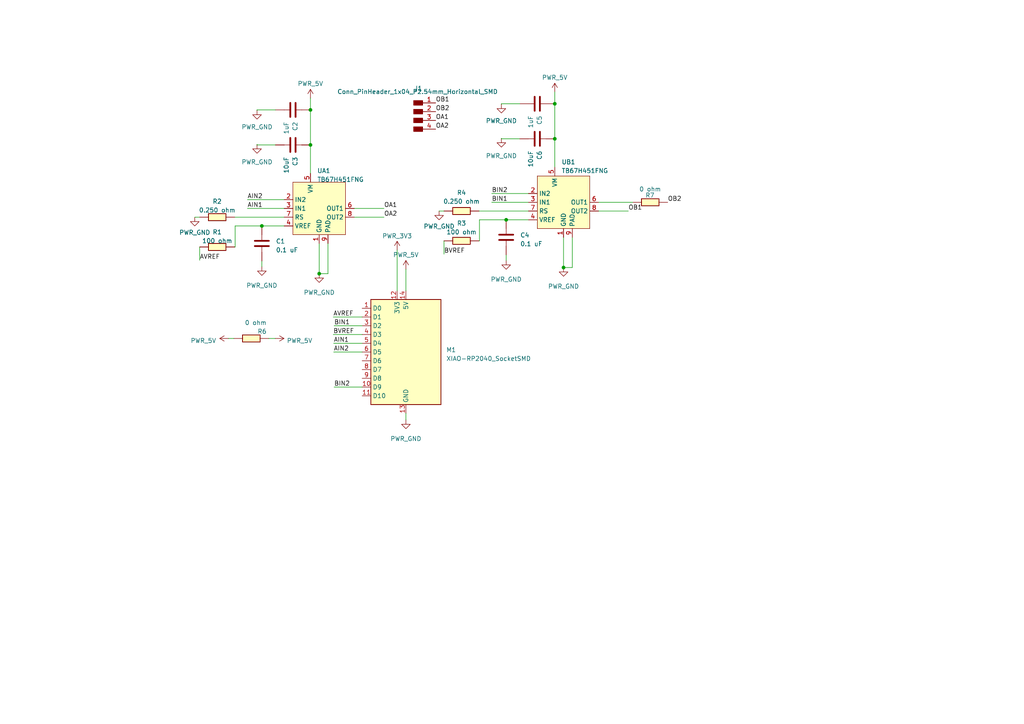
<source format=kicad_sch>
(kicad_sch (version 20230121) (generator eeschema)
  (paper "A4")
  (lib_symbols
    (symbol "fab:C_1206" (pin_numbers hide)
      (property "Reference" "C" (at 0.635 2.54 0))
      (property "Value" "C_1206" (at 0.635 -2.54 0))
      (symbol "C_1206_0_1"
        (polyline (pts (xy -2.032 -0.762) (xy 2.032 -0.762)) (stroke (width 0.508)))
        (polyline (pts (xy -2.032 0.762) (xy 2.032 0.762)) (stroke (width 0.508)))
        (polyline (pts (xy 0 -0.635) (xy 0 -2.54)))
        (polyline (pts (xy 0 0.635) (xy 0 2.54)))
      )
      (symbol "C_1206_1_1"
        (pin passive line (at 0 5.08 270) (length 2.54) (name "~") (number "1"))
        (pin passive line (at 0 -5.08 90) (length 2.54) (name "~") (number "2"))
      )
    )
    (symbol "fab:Conn_PinHeader_1x04_P2.54mm_Horizontal_SMD" (pin_names hide)
      (property "Reference" "J" (at 0 5.08 0))
      (property "Value" "Conn_PinHeader_1x04_P2.54mm_Horizontal_SMD" (at 0 -7.62 0))
      (symbol "Conn_PinHeader_1x04_P2.54mm_Horizontal_SMD_1_1"
        (rectangle (start -1.27 -4.445) (end 1.27 -5.715) (stroke (width 0.254)) (fill (type outline)))
        (rectangle (start -1.27 -1.905) (end 1.27 -3.175) (stroke (width 0.254)) (fill (type outline)))
        (rectangle (start -1.27 0.635) (end 1.27 -0.635) (stroke (width 0.254)) (fill (type outline)))
        (rectangle (start -1.27 3.175) (end 1.27 1.905) (stroke (width 0.254)) (fill (type outline)))
        (pin passive line (at 5.08 2.54 180) (length 3.81) (name "Pin_1") (number "1"))
        (pin passive line (at 5.08 0 180) (length 3.81) (name "Pin_2") (number "2"))
        (pin passive line (at 5.08 -2.54 180) (length 3.81) (name "Pin_3") (number "3"))
        (pin passive line (at 5.08 -5.08 180) (length 3.81) (name "Pin_4") (number "4"))
      )
    )
    (symbol "fab:Module_XIAO-RP2040_SocketSMD"
      (property "Reference" "M" (at -10.16 16.51 0))
      (property "Value" "Module_XIAO-RP2040_SocketSMD" (at 1.27 16.51 0))
      (symbol "Module_XIAO-RP2040_SocketSMD_1_1"
        (rectangle (start -10.16 15.24) (end 10.16 -15.24) (stroke (width 0.254)) (fill (type background)))
        (pin bidirectional line (at -12.7 12.7 0) (length 2.54) (name "D0") (number "1"))
        (pin bidirectional line (at -12.7 -10.16 0) (length 2.54) (name "D9") (number "10"))
        (pin bidirectional line (at -12.7 -12.7 0) (length 2.54) (name "D10") (number "11"))
        (pin power_in line (at -2.54 17.78 270) (length 2.54) (name "3V3") (number "12"))
        (pin power_in line (at 0 -17.78 90) (length 2.54) (name "GND") (number "13"))
        (pin power_in line (at 0 17.78 270) (length 2.54) (name "5V") (number "14"))
        (pin bidirectional line (at -12.7 10.16 0) (length 2.54) (name "D1") (number "2"))
        (pin bidirectional line (at -12.7 7.62 0) (length 2.54) (name "D2") (number "3"))
        (pin bidirectional line (at -12.7 5.08 0) (length 2.54) (name "D3") (number "4"))
        (pin bidirectional line (at -12.7 2.54 0) (length 2.54) (name "D4") (number "5"))
        (pin bidirectional line (at -12.7 0 0) (length 2.54) (name "D5") (number "6"))
        (pin bidirectional line (at -12.7 -2.54 0) (length 2.54) (name "D6") (number "7"))
        (pin bidirectional line (at -12.7 -5.08 0) (length 2.54) (name "D7") (number "8"))
        (pin bidirectional line (at -12.7 -7.62 0) (length 2.54) (name "D8") (number "9"))
      )
    )
    (symbol "fab:MotorDriver_BrushedDC_Toshiba_TB67H451FNG"
      (property "Reference" "U" (at -7.62 8.89 0))
      (property "Value" "MotorDriver_BrushedDC_Toshiba_TB67H451FNG" (at 1.27 8.89 0))
      (symbol "MotorDriver_BrushedDC_Toshiba_TB67H451FNG_1_1"
        (rectangle (start -7.62 7.62) (end 7.62 -7.62) (fill (type background)))
        (pin power_in line (at 0 -10.16 90) (length 2.54) (name "GND") (number "1"))
        (pin input line (at -10.16 2.54 0) (length 2.54) (name "IN2") (number "2"))
        (pin input line (at -10.16 0 0) (length 2.54) (name "IN1") (number "3"))
        (pin input line (at -10.16 -5.08 0) (length 2.54) (name "VREF") (number "4"))
        (pin power_in line (at -2.54 10.16 270) (length 2.54) (name "VM") (number "5"))
        (pin output line (at 10.16 0 180) (length 2.54) (name "OUT1") (number "6"))
        (pin input line (at -10.16 -2.54 0) (length 2.54) (name "RS") (number "7"))
        (pin output line (at 10.16 -2.54 180) (length 2.54) (name "OUT2") (number "8"))
        (pin unspecified line (at 2.54 -10.16 90) (length 2.54) (name "PAD") (number "9"))
      )
    )
    (symbol "fab:PWR_3V3" (power) (pin_names (offset 0))
      (property "Value" "PWR_3V3" (at 0 3.556 0))
      (symbol "PWR_3V3_0_1"
        (polyline (pts (xy -0.762 1.27) (xy 0 2.54)))
        (polyline (pts (xy 0 0) (xy 0 2.54)))
        (polyline (pts (xy 0 2.54) (xy 0.762 1.27)))
      )
      (symbol "PWR_3V3_1_1"
        (pin power_in line (at 0 0 90) (length 0) hide (name "PWR_3V3") (number "1"))
      )
    )
    (symbol "fab:PWR_5V" (power) (pin_names (offset 0))
      (property "Value" "PWR_5V" (at 0 3.556 0))
      (symbol "PWR_5V_0_1"
        (polyline (pts (xy -0.762 1.27) (xy 0 2.54)))
        (polyline (pts (xy 0 0) (xy 0 2.54)))
        (polyline (pts (xy 0 2.54) (xy 0.762 1.27)))
      )
      (symbol "PWR_5V_1_1"
        (pin power_in line (at 0 0 90) (length 0) hide (name "PWR_5V") (number "1"))
      )
    )
    (symbol "fab:PWR_GND" (power) (pin_names (offset 0))
      (property "Value" "PWR_GND" (at 0 -3.81 0))
      (symbol "PWR_GND_0_1"
        (polyline (pts (xy 0 0) (xy 0 -1.27) (xy 1.27 -1.27) (xy 0 -2.54) (xy -1.27 -1.27) (xy 0 -1.27)))
      )
      (symbol "PWR_GND_1_1"
        (pin power_in line (at 0 0 270) (length 0) hide (name "PWR_GND") (number "1"))
      )
    )
    (symbol "fab:R_1206" (pin_numbers hide) (pin_names (offset 0))
      (property "Reference" "R" (at 2.54 0 90))
      (property "Value" "R_1206" (at -2.54 0 90))
      (symbol "R_1206_0_1"
        (rectangle (start -1.016 -2.54) (end 1.016 2.54) (stroke (width 0.254)) (fill (type background)))
      )
      (symbol "R_1206_1_1"
        (pin passive line (at 0 5.08 270) (length 2.54) (name "~") (number "1"))
        (pin passive line (at 0 -5.08 90) (length 2.54) (name "~") (number "2"))
      )
    )
    (symbol "fab:R_2010" (pin_numbers hide) (pin_names (offset 0))
      (property "Reference" "R" (at 2.54 0 90))
      (property "Value" "R_2010" (at -2.54 0 90))
      (symbol "R_2010_0_1"
        (rectangle (start -1.016 -2.54) (end 1.016 2.54) (stroke (width 0.254)) (fill (type background)))
      )
      (symbol "R_2010_1_1"
        (pin passive line (at 0 5.08 270) (length 2.54) (name "~") (number "1"))
        (pin passive line (at 0 -5.08 90) (length 2.54) (name "~") (number "2"))
      )
    )
  )
  (junction (at 160.909 40.259))
  (junction (at 163.449 77.597))
  (junction (at 90.043 31.877))
  (junction (at 75.946 65.532))
  (junction (at 160.909 30.099))
  (junction (at 146.812 63.754))
  (junction (at 92.583 79.375))
  (junction (at 90.043 42.037))
  (wire (pts (xy 150.749 40.259) (xy 145.415 40.259)))
  (wire (pts (xy 57.912 71.628) (xy 57.912 75.4888)))
  (wire (pts (xy 142.621 58.674) (xy 153.289 58.674)))
  (wire (pts (xy 165.989 77.597) (xy 163.449 77.597)))
  (wire (pts (xy 74.549 42.037) (xy 74.549 41.91)))
  (wire (pts (xy 138.938 69.85) (xy 139.065 69.85)))
  (wire (pts (xy 160.909 26.67) (xy 160.909 30.099)))
  (wire (pts (xy 90.043 42.037) (xy 90.043 50.292)))
  (wire (pts (xy 77.978 98.171) (xy 79.8068 98.171)))
  (wire (pts (xy 145.415 40.259) (xy 145.415 40.132)))
  (wire (pts (xy 90.043 31.877) (xy 90.043 42.037)))
  (wire (pts (xy 115.189 72.517) (xy 115.189 84.328)))
  (wire (pts (xy 139.065 69.85) (xy 139.065 63.754)))
  (wire (pts (xy 71.755 57.912) (xy 82.423 57.912)))
  (wire (pts (xy 92.583 79.375) (xy 95.123 79.375)))
  (wire (pts (xy 173.609 58.674) (xy 183.515 58.674)))
  (wire (pts (xy 95.123 70.612) (xy 95.123 79.375)))
  (wire (pts (xy 74.549 31.877) (xy 74.549 32.004)))
  (wire (pts (xy 142.621 56.134) (xy 153.289 56.134)))
  (wire (pts (xy 165.989 68.834) (xy 165.989 77.597)))
  (wire (pts (xy 68.072 62.992) (xy 82.423 62.992)))
  (wire (pts (xy 71.755 60.452) (xy 82.423 60.452)))
  (wire (pts (xy 128.778 69.85) (xy 128.778 73.7108)))
  (wire (pts (xy 160.909 30.099) (xy 160.909 40.259)))
  (wire (pts (xy 96.647 91.948) (xy 105.029 91.948)))
  (wire (pts (xy 68.072 71.628) (xy 68.199 71.628)))
  (wire (pts (xy 68.199 71.628) (xy 68.199 65.532)))
  (wire (pts (xy 145.415 30.099) (xy 145.415 30.226)))
  (wire (pts (xy 127.3556 61.214) (xy 128.778 61.214)))
  (wire (pts (xy 117.729 78.105) (xy 117.729 84.328)))
  (wire (pts (xy 102.743 60.452) (xy 111.379 60.452)))
  (wire (pts (xy 96.647 97.028) (xy 105.029 97.028)))
  (wire (pts (xy 56.4896 62.992) (xy 57.912 62.992)))
  (wire (pts (xy 160.909 40.259) (xy 160.909 48.514)))
  (wire (pts (xy 79.883 42.037) (xy 74.549 42.037)))
  (wire (pts (xy 96.901 94.488) (xy 105.029 94.488)))
  (wire (pts (xy 146.812 63.754) (xy 153.289 63.754)))
  (wire (pts (xy 173.609 61.214) (xy 182.245 61.214)))
  (wire (pts (xy 75.946 75.692) (xy 75.946 77.343)))
  (wire (pts (xy 102.743 62.992) (xy 111.379 62.992)))
  (wire (pts (xy 117.729 119.888) (xy 117.729 121.793)))
  (wire (pts (xy 163.449 68.834) (xy 163.449 77.597)))
  (wire (pts (xy 90.043 28.448) (xy 90.043 31.877)))
  (wire (pts (xy 150.749 30.099) (xy 145.415 30.099)))
  (wire (pts (xy 96.774 102.108) (xy 105.029 102.108)))
  (wire (pts (xy 138.938 61.214) (xy 153.289 61.214)))
  (wire (pts (xy 146.812 73.914) (xy 146.812 75.565)))
  (wire (pts (xy 96.774 99.568) (xy 105.029 99.568)))
  (wire (pts (xy 68.199 65.532) (xy 75.946 65.532)))
  (wire (pts (xy 79.883 31.877) (xy 74.549 31.877)))
  (wire (pts (xy 139.065 63.754) (xy 146.812 63.754)))
  (wire (pts (xy 66.294 98.171) (xy 67.818 98.171)))
  (wire (pts (xy 75.946 65.532) (xy 82.423 65.532)))
  (wire (pts (xy 92.583 70.612) (xy 92.583 79.375)))
  (wire (pts (xy 96.901 112.268) (xy 105.029 112.268)))
  (label "AIN2" (at 71.755 57.912 0))
  (label "AVREF" (at 96.647 91.948 0))
  (label "BIN1" (at 96.901 94.488 0))
  (label "BIN1" (at 142.621 58.674 0))
  (label "AIN2" (at 96.774 102.108 0))
  (label "OA1" (at 126.365 34.925 0))
  (label "AIN1" (at 71.755 60.452 0))
  (label "OB2" (at 193.675 58.674 0))
  (label "AVREF" (at 57.912 75.4888 0))
  (label "BIN2" (at 96.901 112.268 0))
  (label "OB1" (at 182.245 61.214 0))
  (label "OA2" (at 111.379 62.992 0))
  (label "OA2" (at 126.365 37.465 0))
  (label "AIN1" (at 96.774 99.568 0))
  (label "BVREF" (at 96.647 97.028 0))
  (label "OA1" (at 111.379 60.452 0))
  (label "BVREF" (at 128.778 73.7108 0))
  (label "OB1" (at 126.365 29.845 0))
  (label "OB2" (at 126.365 32.385 0))
  (label "BIN2" (at 142.621 56.134 0))
  (symbol (lib_id "fab:PWR_GND") (at 74.549 32.004 0) (unit 1)
    (property "Reference" "#PWR03" (effects hide))
    (property "Value" "PWR_GND" (at 74.549 36.83 0))
  )
  (symbol (lib_id "fab:PWR_5V") (at 90.043 28.448 0) (unit 1)
    (property "Reference" "#PWR06" (effects hide))
    (property "Value" "PWR_5V" (at 90.043 24.257 0))
  )
  (symbol (lib_id "fab:PWR_GND") (at 163.449 77.597 0) (unit 1)
    (property "Reference" "#PWR012" (effects hide))
    (property "Value" "PWR_GND" (at 163.449 83.058 0))
  )
  (symbol (lib_id "fab:C_1206") (at 155.829 30.099 270) (unit 1)
    (property "Reference" "C5" (at 156.464 33.528 0) (effects (justify left)))
    (property "Value" "1uF" (at 153.924 33.528 0) (effects (justify left)))
    (property "Footprint" "fab:C_1206" (effects hide))
    (property "Datasheet" "https://www.yageo.com/upload/media/product/productsearch/datasheet/mlcc/UPY-GP_NP0_16V-to-50V_18.pdf" (effects hide))
  )
  (symbol (lib_id "fab:PWR_5V") (at 79.8068 98.171 270) (unit 1)
    (property "Reference" "#PWR019" (effects hide))
    (property "Value" "PWR_5V" (at 83.1596 98.806 90) (effects (justify left)))
  )
  (symbol (lib_id "fab:PWR_5V") (at 117.729 78.105 0) (unit 1)
    (property "Reference" "#PWR013" (effects hide))
    (property "Value" "PWR_5V" (at 117.729 73.914 0))
  )
  (symbol (lib_id "fab:R_1206") (at 133.858 69.85 90) (unit 1)
    (property "Reference" "R3" (at 133.858 64.77 90))
    (property "Value" "100 ohm" (at 133.858 67.31 90))
    (property "Footprint" "fab:R_1206" (effects hide))
  )
  (symbol (lib_id "fab:PWR_5V") (at 160.909 26.67 0) (unit 1)
    (property "Reference" "#PWR011" (effects hide))
    (property "Value" "PWR_5V" (at 160.909 22.479 0))
  )
  (symbol (lib_id "fab:PWR_GND") (at 117.729 121.793 0) (unit 1)
    (property "Reference" "#PWR015" (effects hide))
    (property "Value" "PWR_GND" (at 117.729 127.254 0))
  )
  (symbol (lib_id "fab:MotorDriver_BrushedDC_Toshiba_TB67H451FNG") (at 163.449 58.674 0) (unit 1)
    (property "Reference" "UB1" (at 162.8649 46.99 0) (effects (justify left)))
    (property "Value" "TB67H451FNG" (at 162.8649 49.53 0) (effects (justify left)))
    (property "Footprint" "fab:HSOP-8" (effects hide))
    (property "Datasheet" "https://toshiba.semicon-storage.com/info/TB67H451FNG_datasheet_en_20201126.pdf?did=68598&prodName=TB67H451FNG" (effects hide))
  )
  (symbol (lib_id "fab:PWR_GND") (at 56.4896 62.992 0) (mirror y) (unit 1)
    (property "Reference" "#PWR05" (effects hide))
    (property "Value" "PWR_GND" (at 56.4896 67.437 0))
  )
  (symbol (lib_id "fab:MotorDriver_BrushedDC_Toshiba_TB67H451FNG") (at 92.583 60.452 0) (unit 1)
    (property "Reference" "UA1" (at 91.9989 49.53 0) (effects (justify left)))
    (property "Value" "TB67H451FNG" (at 91.9989 52.07 0) (effects (justify left)))
    (property "Footprint" "fab:HSOP-8" (effects hide))
    (property "Datasheet" "https://toshiba.semicon-storage.com/info/TB67H451FNG_datasheet_en_20201126.pdf?did=68598&prodName=TB67H451FNG" (effects hide))
  )
  (symbol (lib_id "fab:R_2010") (at 133.858 61.214 270) (unit 1)
    (property "Reference" "R4" (at 133.858 55.88 90))
    (property "Value" "0.250 ohm" (at 133.858 58.42 90))
    (property "Footprint" "fab:R_2010" (effects hide))
  )
  (symbol (lib_id "fab:PWR_3V3") (at 115.189 72.517 0) (unit 1)
    (property "Reference" "#PWR014" (effects hide))
    (property "Value" "PWR_3V3" (at 115.189 68.453 0))
  )
  (symbol (lib_id "fab:PWR_GND") (at 92.583 79.375 0) (unit 1)
    (property "Reference" "#PWR01" (effects hide))
    (property "Value" "PWR_GND" (at 92.583 84.836 0))
  )
  (symbol (lib_id "fab:PWR_5V") (at 66.294 98.171 90) (unit 1)
    (property "Reference" "#PWR018" (effects hide))
    (property "Value" "PWR_5V" (at 62.738 98.806 90) (effects (justify left)))
  )
  (symbol (lib_id "fab:C_1206") (at 155.829 40.259 270) (unit 1)
    (property "Reference" "C6" (at 156.464 43.688 0) (effects (justify left)))
    (property "Value" "10uF" (at 153.924 43.688 0) (effects (justify left)))
    (property "Footprint" "fab:C_1206" (effects hide))
    (property "Datasheet" "https://www.yageo.com/upload/media/product/productsearch/datasheet/mlcc/UPY-GP_NP0_16V-to-50V_18.pdf" (effects hide))
  )
  (symbol (lib_id "fab:PWR_GND") (at 145.415 30.226 0) (unit 1)
    (property "Reference" "#PWR08" (effects hide))
    (property "Value" "PWR_GND" (at 145.415 35.052 0))
  )
  (symbol (lib_id "fab:R_1206") (at 72.898 98.171 90) (unit 1)
    (property "Reference" "R6" (at 77.3684 96.139 90) (effects (justify left)))
    (property "Value" "0 ohm" (at 77.3684 93.599 90) (effects (justify left)))
    (property "Footprint" "fab:R_1206" (effects hide))
  )
  (symbol (lib_id "fab:R_1206") (at 62.992 71.628 90) (unit 1)
    (property "Reference" "R1" (at 62.992 67.31 90))
    (property "Value" "100 ohm" (at 62.992 69.85 90))
    (property "Footprint" "fab:R_1206" (effects hide))
  )
  (symbol (lib_id "fab:Module_XIAO-RP2040_SocketSMD") (at 117.729 102.108 0) (unit 1)
    (property "Reference" "M1" (at 129.413 101.473 0) (effects (justify left)))
    (property "Value" "XIAO-RP2040_SocketSMD" (at 129.413 104.013 0) (effects (justify left)))
    (property "Footprint" "fab:SeeedStudio_XIAO_SocketSMD" (effects hide))
    (property "Datasheet" "https://wiki.seeedstudio.com/XIAO-RP2040/" (effects hide))
  )
  (symbol (lib_id "fab:C_1206") (at 146.812 68.834 0) (unit 1)
    (property "Reference" "C4" (at 150.876 68.199 0) (effects (justify left)))
    (property "Value" "0.1 uF" (at 150.876 70.739 0) (effects (justify left)))
    (property "Footprint" "fab:C_1206" (effects hide))
    (property "Datasheet" "https://www.yageo.com/upload/media/product/productsearch/datasheet/mlcc/UPY-GP_NP0_16V-to-50V_18.pdf" (effects hide))
  )
  (symbol (lib_id "fab:PWR_GND") (at 146.812 75.565 0) (unit 1)
    (property "Reference" "#PWR010" (effects hide))
    (property "Value" "PWR_GND" (at 146.812 81.026 0))
  )
  (symbol (lib_id "fab:PWR_GND") (at 145.415 40.132 0) (unit 1)
    (property "Reference" "#PWR09" (effects hide))
    (property "Value" "PWR_GND" (at 145.415 45.212 0))
  )
  (symbol (lib_id "fab:Conn_PinHeader_1x04_P2.54mm_Horizontal_SMD") (at 121.285 32.385 0) (unit 1)
    (property "Reference" "J1" (at 121.285 25.654 0))
    (property "Value" "Conn_PinHeader_1x04_P2.54mm_Horizontal_SMD" (at 121.1072 26.5938 0))
    (property "Footprint" "fab:PinHeader_1x04_P2.54mm_Horizontal_SMD" (effects hide))
  )
  (symbol (lib_id "fab:C_1206") (at 84.963 31.877 270) (unit 1)
    (property "Reference" "C2" (at 85.598 35.306 0) (effects (justify left)))
    (property "Value" "1uF" (at 83.058 35.306 0) (effects (justify left)))
    (property "Footprint" "fab:C_1206" (effects hide))
    (property "Datasheet" "https://www.yageo.com/upload/media/product/productsearch/datasheet/mlcc/UPY-GP_NP0_16V-to-50V_18.pdf" (effects hide))
  )
  (symbol (lib_id "fab:PWR_GND") (at 74.549 41.91 0) (unit 1)
    (property "Reference" "#PWR04" (effects hide))
    (property "Value" "PWR_GND" (at 74.549 46.99 0))
  )
  (symbol (lib_id "fab:PWR_GND") (at 75.946 77.343 0) (unit 1)
    (property "Reference" "#PWR02" (effects hide))
    (property "Value" "PWR_GND" (at 75.946 82.804 0))
  )
  (symbol (lib_id "fab:PWR_GND") (at 127.3556 61.214 0) (mirror y) (unit 1)
    (property "Reference" "#PWR07" (effects hide))
    (property "Value" "PWR_GND" (at 127.3556 65.659 0))
  )
  (symbol (lib_id "fab:C_1206") (at 84.963 42.037 270) (unit 1)
    (property "Reference" "C3" (at 85.598 45.466 0) (effects (justify left)))
    (property "Value" "10uF" (at 83.058 45.466 0) (effects (justify left)))
    (property "Footprint" "fab:C_1206" (effects hide))
    (property "Datasheet" "https://www.yageo.com/upload/media/product/productsearch/datasheet/mlcc/UPY-GP_NP0_16V-to-50V_18.pdf" (effects hide))
  )
  (symbol (lib_id "fab:R_2010") (at 62.992 62.992 270) (unit 1)
    (property "Reference" "R2" (at 62.992 58.42 90))
    (property "Value" "0.250 ohm" (at 62.992 60.96 90))
    (property "Footprint" "fab:R_2010" (effects hide))
  )
  (symbol (lib_id "fab:R_1206") (at 188.595 58.674 90) (unit 1)
    (property "Reference" "R7" (at 189.865 56.642 90) (effects (justify left)))
    (property "Value" "0 ohm" (at 191.77 54.864 90) (effects (justify left)))
    (property "Footprint" "fab:R_1206" (effects hide))
  )
  (symbol (lib_id "fab:C_1206") (at 75.946 70.612 0) (unit 1)
    (property "Reference" "C1" (at 80.01 69.977 0) (effects (justify left)))
    (property "Value" "0.1 uF" (at 80.01 72.517 0) (effects (justify left)))
    (property "Footprint" "fab:C_1206" (effects hide))
    (property "Datasheet" "https://www.yageo.com/upload/media/product/productsearch/datasheet/mlcc/UPY-GP_NP0_16V-to-50V_18.pdf" (effects hide))
  )
)
</source>
